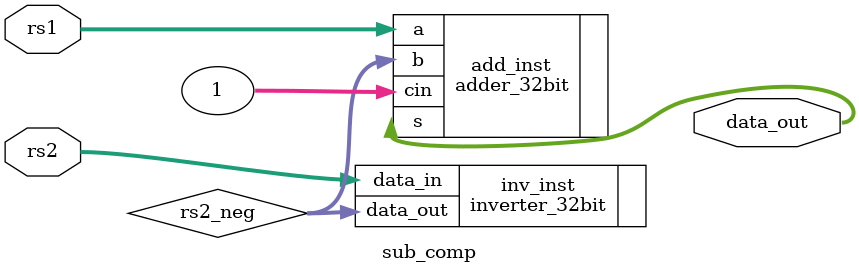
<source format=sv>
module sub_comp (
// Input and Output 
	// Input Logic
	input logic	[31 : 0]		rs1,
	input logic 	[31 : 0]		rs2,
	
	// Output logic 
	output logic 	[31 : 0]		data_out
);

	// Local declaration 
	//logic 							cout;
	logic				[31 : 0]		rs2_neg;
	
// Apply the formular: a - b = a + (~b + 1)
	// Invert component
	inverter_32bit		inv_inst (
		// Input Logic
					.data_in			(rs2),
		// Output logic 
					.data_out		(rs2_neg)
	);
	
	// Adder component 
	adder_32bit		add_inst (
		// Input Logic
					.a				(rs1),
					.b				(rs2_neg),
					.cin				(1),
	
		// Output logic 
					.s				(data_out)
					//.cout				(cout)
	);
endmodule

</source>
